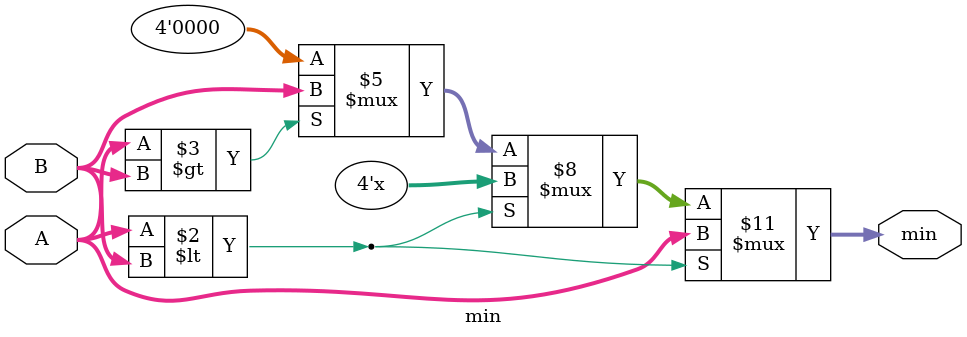
<source format=v>
module min (input [3:0] A, 
            input [3:0] B, 
            output reg [3:0] min);
  always @* begin
    if (A<B)
      min = A;
    else if (A>B)
      min = B;
      else 
      min = 0;
  end
endmodule 
</source>
